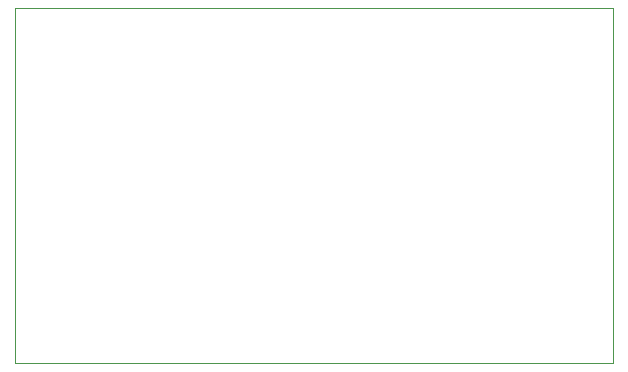
<source format=gbr>
%TF.GenerationSoftware,KiCad,Pcbnew,9.0.3*%
%TF.CreationDate,2026-02-07T01:57:28+05:30*%
%TF.ProjectId,dc dc boost converter,64632064-6320-4626-9f6f-737420636f6e,rev?*%
%TF.SameCoordinates,Original*%
%TF.FileFunction,Profile,NP*%
%FSLAX46Y46*%
G04 Gerber Fmt 4.6, Leading zero omitted, Abs format (unit mm)*
G04 Created by KiCad (PCBNEW 9.0.3) date 2026-02-07 01:57:28*
%MOMM*%
%LPD*%
G01*
G04 APERTURE LIST*
%TA.AperFunction,Profile*%
%ADD10C,0.050000*%
%TD*%
G04 APERTURE END LIST*
D10*
X116800000Y-99200000D02*
X167400000Y-99200000D01*
X167400000Y-129200000D01*
X116800000Y-129200000D01*
X116800000Y-99200000D01*
M02*

</source>
